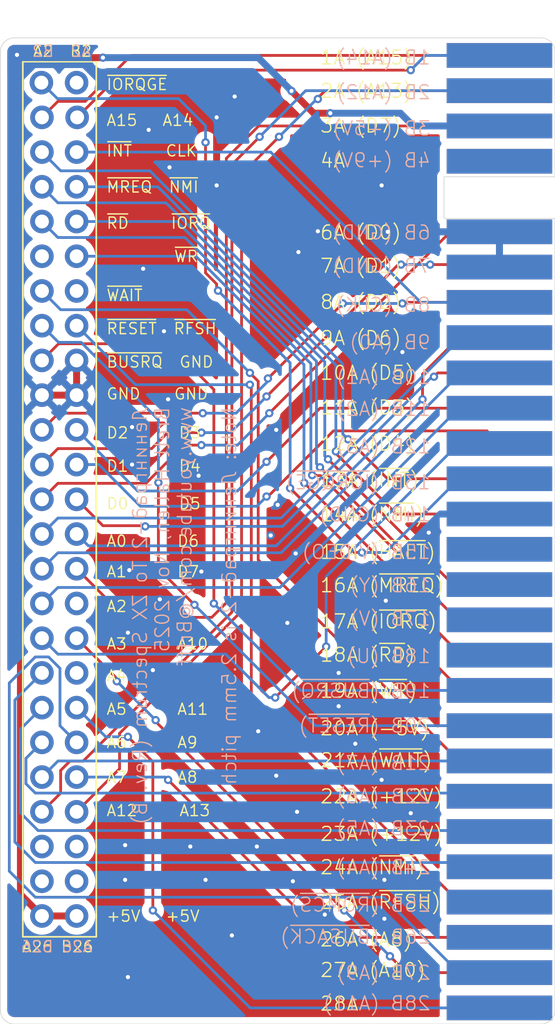
<source format=kicad_pcb>
(kicad_pcb (version 20241229) (generator "pcbnew") (generator_version "9.0")
  (title_block (title "Ленинград-2 To ZX Spectrum Bus Converter") (date "17/NOV/2025") (rev "B") (company "Brett Hallen") (comment 1 "www.youtube.com/@Brfff"))
  (layers (0 "F.Cu" signal) (2 "B.Cu" signal) (13 "F.Paste" user) (15 "B.Paste" user) (5 "F.SilkS" user "F.Silkscreen") (7 "B.SilkS" user "B.Silkscreen") (1 "F.Mask" user) (3 "B.Mask" user) (25 "Edge.Cuts" user))
  (net 0 "")
  (net 1 "/~{RFSH}")
  (net 2 "/A12")
  (net 3 "/~{WAIT}")
  (net 6 "/A5")
  (net 7 "/A8")
  (net 8 "/~{RESET}")
  (net 9 "/A9")
  (net 10 "/D5")
  (net 11 "/D7")
  (net 12 "/D1")
  (net 14 "/D6")
  (net 15 "GND")
  (net 16 "/~{IORQ}")
  (net 17 "/A0")
  (net 18 "/A4")
  (net 21 "/CLK")
  (net 22 "/A13")
  (net 23 "/D3")
  (net 25 "/A2")
  (net 27 "/D0")
  (net 28 "/A10")
  (net 30 "/~{INT}")
  (net 32 "/A15")
  (net 33 "/A14")
  (net 34 "/~{BUSRQ}")
  (net 35 "/A6")
  (net 36 "/A3")
  (net 39 "/~{IORQGE}")
  (net 41 "/D4")
  (net 42 "/A1")
  (net 43 "/D2")
  (net 44 "/~{WR}")
  (net 45 "/A7")
  (net 46 "/~{RD}")
  (net 47 "+5V")
  (net 49 "/A11")
  (net 50 "/~{NMI}")
  (net 51 "/~{MREQ}")
  (footprint "8bits:ZX_EDGE" (layer "F.Cu") (at 88.059999 52.928654 90)
    (property "Reference" "J1" (hide yes))
    (property "Value" "ZX_Spectrum_Connector_48K" (hide yes))
  )
  (footprint "Clueless_Engineer:Leningrad_2_Expansion_Bus" (layer "F.Cu") (at 58.779999 19.978654)
    (property "Reference" "X6" (hide yes))
    (property "Value" "Ленинград-2 Expansion Bus" (hide yes))
  )
  (gr_line (start 55.599998 22.457308) (end 93.599998 22.457308) (stroke (width 0.05)) (layer "Edge.Cuts"))
  (gr_arc (start 93.599998 22.457308) (mid 94.307122 22.750198) (end 94.599998 23.457308) (stroke (width 0.05)) (layer "Edge.Cuts"))
  (gr_line (start 94.599998 32.457308) (end 86.599998 32.457308) (stroke (width 0.05)) (layer "Edge.Cuts"))
  (gr_line (start 86.599998 35.457308) (end 94.599998 35.457308) (stroke (width 0.05)) (layer "Edge.Cuts"))
  (gr_line (start 54.599998 92.457308) (end 54.599998 23.457308) (stroke (width 0.05)) (layer "Edge.Cuts"))
  (gr_arc (start 94.599998 92.457308) (mid 94.307121 93.164444) (end 93.599998 93.457308) (stroke (width 0.05)) (layer "Edge.Cuts"))
  (gr_arc (start 55.599998 93.457308) (mid 54.892891 93.164415) (end 54.599998 92.457308) (stroke (width 0.05)) (layer "Edge.Cuts"))
  (gr_line (start 94.599998 35.457308) (end 94.599998 92.457308) (stroke (width 0.05)) (layer "Edge.Cuts"))
  (gr_line (start 86.599998 32.457308) (end 86.599998 35.457308) (stroke (width 0.05)) (layer "Edge.Cuts"))
  (gr_arc (start 54.599998 23.457308) (mid 54.892907 22.750231) (end 55.599998 22.457308) (stroke (width 0.05)) (layer "Edge.Cuts"))
  (gr_line (start 94.599998 23.457308) (end 94.599998 32.457308) (stroke (width 0.05)) (layer "Edge.Cuts"))
  (gr_line (start 93.599998 93.457308) (end 55.599998 93.457308) (stroke (width 0.05)) (layer "Edge.Cuts"))
  (gr_text "8A (D2)" (at 77.599998 42.057308 0) (layer "F.SilkS") (effects (font (size 1 1) (thickness 0.1)) (justify left bottom)))
  (gr_text "~{RESET}  ~{RFSH}" (at 62.199998 43.857308 0) (layer "F.SilkS") (effects (font (size 0.8 0.8) (thickness 0.1)) (justify left bottom)))
  (gr_text "A26 B26" (at 56.099998 88.357308 0) (layer "F.SilkS") (effects (font (size 0.8 0.8) (thickness 0.1)) (justify left bottom)))
  (gr_text "10A (D5)" (at 77.599998 47.157308 0) (layer "F.SilkS") (effects (font (size 1 1) (thickness 0.1)) (justify left bottom)))
  (gr_text "A0      D6" (at 62.199998 59.157308 0) (layer "F.SilkS") (effects (font (size 0.8 0.8) (thickness 0.1)) (justify left bottom)))
  (gr_text "18A (~{RD})" (at 77.599998 67.457308 0) (layer "F.SilkS") (effects (font (size 1 1) (thickness 0.1)) (justify left bottom)))
  (gr_text "GND    GND" (at 62.199998 48.557308 0) (layer "F.SilkS") (effects (font (size 0.8 0.8) (thickness 0.1)) (justify left bottom)))
  (gr_text "6A (D0)" (at 77.599998 37.057308 0) (layer "F.SilkS") (effects (font (size 1 1) (thickness 0.1)) (justify left bottom)))
  (gr_text "17A (~{IORQ})" (at 77.599998 65.057308 0) (layer "F.SilkS") (effects (font (size 1 1) (thickness 0.1)) (justify left bottom)))
  (gr_text "22A (+12V)" (at 77.599998 77.657308 0) (layer "F.SilkS") (effects (font (size 1 1) (thickness 0.1)) (justify left bottom)))
  (gr_text "27A (A10)" (at 77.599998 90.157308 0) (layer "F.SilkS") (effects (font (size 1 1) (thickness 0.1)) (justify left bottom)))
  (gr_text "4A" (at 77.599998 31.878654 0) (layer "F.SilkS") (effects (font (size 1 1) (thickness 0.1)) (justify left bottom)))
  (gr_text "12A (D4)" (at 77.599998 52.257308 0) (layer "F.SilkS") (effects (font (size 1 1) (thickness 0.1)) (justify left bottom)))
  (gr_text "A7      A8" (at 62.199998 76.157308 0) (layer "F.SilkS") (effects (font (size 0.8 0.8) (thickness 0.1)) (justify left bottom)))
  (gr_text "13A (~{INT})" (at 77.599998 54.857308 0) (layer "F.SilkS") (effects (font (size 1 1) (thickness 0.1)) (justify left bottom)))
  (gr_text "3A (D7)" (at 77.599998 29.357308 0) (layer "F.SilkS") (effects (font (size 1 1) (thickness 0.1)) (justify left bottom)))
  (gr_text "~{WAIT}" (at 62.199998 41.457308 0) (layer "F.SilkS") (effects (font (size 0.8 0.8) (thickness 0.1)) (justify left bottom)))
  (gr_text "A15   A14" (at 62.199998 28.857308 0) (layer "F.SilkS") (effects (font (size 0.8 0.8) (thickness 0.1)) (justify left bottom)))
  (gr_text "A2  B2" (at 56.899999 23.878654 0) (layer "F.SilkS") (effects (font (size 0.8 0.8) (thickness 0.1)) (justify left bottom)))
  (gr_text "A1      D7" (at 62.199998 61.357308 0) (layer "F.SilkS") (effects (font (size 0.8 0.8) (thickness 0.1)) (justify left bottom)))
  (gr_text "15A (~{HALT})" (at 77.599998 60.057308 0) (layer "F.SilkS") (effects (font (size 1 1) (thickness 0.1)) (justify left bottom)))
  (gr_text "25A (~{RFSH})" (at 77.599998 85.257308 0) (layer "F.SilkS") (effects (font (size 1 1) (thickness 0.1)) (justify left bottom)))
  (gr_text "26A (A8)" (at 77.599998 87.957308 0) (layer "F.SilkS") (effects (font (size 1 1) (thickness 0.1)) (justify left bottom)))
  (gr_text "9A (D6)" (at 77.599998 44.657308 0) (layer "F.SilkS") (effects (font (size 1 1) (thickness 0.1)) (justify left bottom)))
  (gr_text "A3      A10" (at 62.199998 66.557308 0) (layer "F.SilkS") (effects (font (size 0.8 0.8) (thickness 0.1)) (justify left bottom)))
  (gr_text "A5      A11" (at 62.199998 71.257308 0) (layer "F.SilkS") (effects (font (size 0.8 0.8) (thickness 0.1)) (justify left bottom)))
  (gr_text "~{RD}     ~{IORQ}" (at 62.199998 36.257308 0) (layer "F.SilkS") (effects (font (size 0.8 0.8) (thickness 0.1)) (justify left bottom)))
  (gr_text "D0      D5" (at 62.199998 56.457308 0) (layer "F.SilkS") (effects (font (size 0.8 0.8) (thickness 0.1)) (justify left bottom)))
  (gr_text "A4" (at 62.199998 68.857308 0) (layer "F.SilkS") (effects (font (size 0.8 0.8) (thickness 0.1)) (justify left bottom)))
  (gr_text "A6      A9" (at 62.199998 73.657308 0) (layer "F.SilkS") (effects (font (size 0.8 0.8) (thickness 0.1)) (justify left bottom)))
  (gr_text "A12     A13" (at 62.199998 78.557308 0) (layer "F.SilkS") (effects (font (size 0.8 0.8) (thickness 0.1)) (justify left bottom)))
  (gr_text "19A (~{WR})" (at 77.599998 70.057308 0) (layer "F.SilkS") (effects (font (size 1 1) (thickness 0.1)) (justify left bottom)))
  (gr_text "2A (A13)" (at 77.599998 26.857308 0) (layer "F.SilkS") (effects (font (size 1 1) (thickness 0.1)) (justify left bottom)))
  (gr_text "16A (~{MREQ})" (at 77.599998 62.457308 0) (layer "F.SilkS") (effects (font (size 1 1) (thickness 0.1)) (justify left bottom)))
  (gr_text "11A (D3)" (at 77.599998 49.657308 0) (layer "F.SilkS") (effects (font (size 1 1) (thickness 0.1)) (justify left bottom)))
  (gr_text "~{BUSRQ}  GND" (at 62.199998 46.257308 0) (layer "F.SilkS") (effects (font (size 0.8 0.8) (thickness 0.1)) (justify left bottom)))
  (gr_text "D2      D3" (at 62.199998 51.357308 0) (layer "F.SilkS") (effects (font (size 0.8 0.8) (thickness 0.1)) (justify left bottom)))
  (gr_text "14A (~{NMI})" (at 77.599998 57.357308 0) (layer "F.SilkS") (effects (font (size 1 1) (thickness 0.1)) (justify left bottom)))
  (gr_text "20A (-5V)" (at 77.599998 72.757308 0) (layer "F.SilkS") (effects (font (size 1 1) (thickness 0.1)) (justify left bottom)))
  (gr_text "A2" (at 62.199998 63.857308 0) (layer "F.SilkS") (effects (font (size 0.8 0.8) (thickness 0.1)) (justify left bottom)))
  (gr_text "~{INT}    CLK" (at 62.199998 31.057308 0) (layer "F.SilkS") (effects (font (size 0.8 0.8) (thickness 0.1)) (justify left bottom)))
  (gr_text "1A (A15)" (at 77.599998 24.457308 0) (layer "F.SilkS") (effects (font (size 1 1) (thickness 0.1)) (justify left bottom)))
  (gr_text "24A (~{NMI})" (at 77.599998 82.757308 0) (layer "F.SilkS") (effects (font (size 1 1) (thickness 0.1)) (justify left bottom)))
  (gr_text "23A (+12V)" (at 77.599998 80.357308 0) (layer "F.SilkS") (effects (font (size 1 1) (thickness 0.1)) (justify left bottom)))
  (gr_text "28A" (at 77.599998 92.578654 0) (layer "F.SilkS") (effects (font (size 1 1) (thickness 0.1)) (justify left bottom)))
  (gr_text "21A (~{WAIT})" (at 77.599998 75.057308 0) (layer "F.SilkS") (effects (font (size 1 1) (thickness 0.1)) (justify left bottom)))
  (gr_text "~{MREQ}  ~{NMI}" (at 62.199998 33.657308 0) (layer "F.SilkS") (effects (font (size 0.8 0.8) (thickness 0.1)) (justify left bottom)))
  (gr_text "D1      D4" (at 62.199998 53.757308 0) (layer "F.SilkS") (effects (font (size 0.8 0.8) (thickness 0.1)) (justify left bottom)))
  (gr_text "+5V   +5V" (at 62.199998 86.157308 0) (layer "F.SilkS") (effects (font (size 0.8 0.8) (thickness 0.1)) (justify left bottom)))
  (gr_text "7A (D1)" (at 77.599998 39.457308 0) (layer "F.SilkS") (effects (font (size 1 1) (thickness 0.1)) (justify left bottom)))
  (gr_text "~{IORQGE}" (at 62.199999 26.278654 0) (layer "F.SilkS") (effects (font (size 0.8 0.8) (thickness 0.1)) (justify left bottom)))
  (gr_text "        ~{WR}" (at 62.199998 38.657308 0) (layer "F.SilkS") (effects (font (size 0.8 0.8) (thickness 0.1)) (justify left bottom)))
  (gr_text "24B (A4)" (at 85.699998 82.757308 0) (layer "B.SilkS") (effects (font (size 1 1) (thickness 0.1)) (justify left bottom mirror)))
  (gr_text "10B (A1)" (at 85.699998 47.457308 0) (layer "B.SilkS") (effects (font (size 1 1) (thickness 0.1)) (justify left bottom mirror)))
  (gr_text "22B (A6)" (at 85.699998 77.657308 0) (layer "B.SilkS") (effects (font (size 1 1) (thickness 0.1)) (justify left bottom mirror)))
  (gr_text "15B (VIDEO)" (at 85.699998 60.057308 0) (layer "B.SilkS") (effects (font (size 1 1) (thickness 0.1)) (justify left bottom mirror)))
  (gr_text "19B (~{BUSRQ})" (at 85.699998 70.057308 0) (layer "B.SilkS") (effects (font (size 1 1) (thickness 0.1)) (justify left bottom mirror)))
  (gr_text "6B (GND)" (at 85.699998 37.057308 0) (layer "B.SilkS") (effects (font (size 1 1) (thickness 0.1)) (justify left bottom mirror)))
  (gr_text "Ленинград-2 To ZX Spectrum (Rev. B)\nBrett Hallen, Nov 2025\nwww.youtube.com/@Brfff\n\nNote: Ленинград-2 is 2.5mm pitch" (at 71.699998 48.957308 90) (layer "B.SilkS") (effects (font (size 1 1) (thickness 0.1)) (justify left bottom mirror)))
  (gr_text "11B (A2)" (at 85.699998 49.757308 0) (layer "B.SilkS") (effects (font (size 1 1) (thickness 0.1)) (justify left bottom mirror)))
  (gr_text "23B (A5)" (at 85.699998 79.957308 0) (layer "B.SilkS") (effects (font (size 1 1) (thickness 0.1)) (justify left bottom mirror)))
  (gr_text "2B (A12)" (at 85.699998 26.957308 0) (layer "B.SilkS") (effects (font (size 1 1) (thickness 0.1)) (justify left bottom mirror)))
  (gr_text "4B (+9V)" (at 85.699998 31.857308 0) (layer "B.SilkS") (effects (font (size 1 1) (thickness 0.1)) (justify left bottom mirror)))
  (gr_text "26B (~{BUSACK})" (at 85.699998 87.757308 0) (layer "B.SilkS") (effects (font (size 1 1) (thickness 0.1)) (justify left bottom mirror)))
  (gr_text "8B (CLK)" (at 85.699998 42.257308 0) (layer "B.SilkS") (effects (font (size 1 1) (thickness 0.1)) (justify left bottom mirror)))
  (gr_text "12B (A3)" (at 85.699998 52.457308 0) (layer "B.SilkS") (effects (font (size 1 1) (thickness 0.1)) (justify left bottom mirror)))
  (gr_text "14B (GND)" (at 85.699998 57.357308 0) (layer "B.SilkS") (effects (font (size 1 1) (thickness 0.1)) (justify left bottom mirror)))
  (gr_text "18B (U)" (at 85.699998 67.557308 0) (layer "B.SilkS") (effects (font (size 1 1) (thickness 0.1)) (justify left bottom mirror)))
  (gr_text "20B (~{RESET})" (at 85.699998 72.557308 0) (layer "B.SilkS") (effects (font (size 1 1) (thickness 0.1)) (justify left bottom mirror)))
  (gr_text "27B (A9)" (at 85.699998 90.357308 0) (layer "B.SilkS") (effects (font (size 1 1) (thickness 0.1)) (justify left bottom mirror)))
  (gr_text "16B (Y)" (at 85.699998 62.457308 0) (layer "B.SilkS") (effects (font (size 1 1) (thickness 0.1)) (justify left bottom mirror)))
  (gr_text "25B (~{ROMCS})" (at 85.699998 85.457308 0) (layer "B.SilkS") (effects (font (size 1 1) (thickness 0.1)) (justify left bottom mirror)))
  (gr_text "17B (V)" (at 85.699998 64.857308 0) (layer "B.SilkS") (effects (font (size 1 1) (thickness 0.1)) (justify left bottom mirror)))
  (gr_text "A26 B26" (at 61.299998 88.357308 0) (layer "B.SilkS") (effects (font (size 0.8 0.8) (thickness 0.1)) (justify left bottom mirror)))
  (gr_text "28B (A11)" (at 85.699998 92.557308 0) (layer "B.SilkS") (effects (font (size 1 1) (thickness 0.1)) (justify left bottom mirror)))
  (gr_text "9B (A0)" (at 85.699998 44.957308 0) (layer "B.SilkS") (effects (font (size 1 1) (thickness 0.1)) (justify left bottom mirror)))
  (gr_text "3B (+5V)" (at 85.699998 29.557308 0) (layer "B.SilkS") (effects (font (size 1 1) (thickness 0.1)) (justify left bottom mirror)))
  (gr_text "A2  B2" (at 61.199999 23.878654 0) (layer "B.SilkS") (effects (font (size 0.8 0.8) (thickness 0.1)) (justify left bottom mirror)))
  (gr_text "21B (A7)" (at 85.699998 75.257308 0) (layer "B.SilkS") (effects (font (size 1 1) (thickness 0.1)) (justify left bottom mirror)))
  (gr_text "13B (~{IORQGE})" (at 85.699998 55.044086 0) (layer "B.SilkS") (effects (font (size 1 1) (thickness 0.1)) (justify left bottom mirror)))
  (gr_text "1B (A14)" (at 85.699998 24.457308 0) (layer "B.SilkS") (effects (font (size 1 1) (thickness 0.1)) (justify left bottom mirror)))
  (gr_text "7B (GND)" (at 85.699998 39.457308 0) (layer "B.SilkS") (effects (font (size 1 1) (thickness 0.1)) (justify left bottom mirror)))
  (segment (start 72.699999 69.699654) (end 87.678999 84.678654) (width 0.2) (layer "F.Cu") (net 1))
  (segment (start 87.678999 84.678654) (end 90.599999 84.678654) (width 0.2) (layer "F.Cu") (net 1))
  (segment (start 72.699999 47.529183) (end 72.699999 69.699654) (width 0.2) (layer "F.Cu") (net 1))
  (segment (start 72.597999 47.427183) (end 72.699999 47.529183) (width 0.2) (layer "F.Cu") (net 1))
  (via (at 72.597999 47.427183) (size 0.6) (drill 0.3) (layers "F.Cu" "B.Cu") (net 1))
  (segment (start 72.597999 47.427183) (end 64.348528 47.427183) (width 0.2) (layer "B.Cu") (net 1))
  (segment (start 64.348528 47.427183) (end 60.099999 43.178654) (width 0.2) (layer "B.Cu") (net 1))
  (segment (start 60.576759 74.527654) (end 59.623239 74.527654) (width 0.2) (layer "F.Cu") (net 2))
  (segment (start 58.948999 76.829654) (end 57.599999 78.178654) (width 0.2) (layer "F.Cu") (net 2))
  (segment (start 58.948999 75.201894) (end 58.948999 76.829654) (width 0.2) (layer "F.Cu") (net 2))
  (segment (start 71.299999 31.578654) (end 71.299999 63.804414) (width 0.2) (layer "F.Cu") (net 2))
  (segment (start 73.299999 29.578654) (end 71.299999 31.578654) (width 0.2) (layer "F.Cu") (net 2))
  (segment (start 59.623239 74.527654) (end 58.948999 75.201894) (width 0.2) (layer "F.Cu") (net 2))
  (segment (start 71.299999 63.804414) (end 60.576759 74.527654) (width 0.2) (layer "F.Cu") (net 2))
  (via (at 73.299999 29.578654) (size 0.6) (drill 0.3) (layers "F.Cu" "B.Cu") (net 2))
  (segment (start 76.619999 26.258654) (end 73.299999 29.578654) (width 0.2) (layer "B.Cu") (net 2))
  (segment (start 90.599999 26.258654) (end 76.619999 26.258654) (width 0.2) (layer "B.Cu") (net 2))
  (segment (start 87.678999 74.518654) (end 90.599999 74.518654) (width 0.2) (layer "F.Cu") (net 3))
  (segment (start 73.198999 47.179655) (end 73.198999 60.038654) (width 0.2) (layer "F.Cu") (net 3))
  (segment (start 72.597999 46.578655) (end 73.198999 47.179655) (width 0.2) (layer "F.Cu") (net 3))
  (segment (start 73.198999 60.038654) (end 87.678999 74.518654) (width 0.2) (layer "F.Cu") (net 3))
  (segment (start 72.597999 46.575239) (end 72.597999 46.578655) (width 0.2) (layer "F.Cu") (net 3))
  (via (at 72.597999 46.575239) (size 0.6) (drill 0.3) (layers "F.Cu" "B.Cu") (net 3))
  (segment (start 72.596584 46.575239) (end 68.048999 42.027654) (width 0.2) (layer "B.Cu") (net 3))
  (segment (start 68.048999 42.027654) (end 58.948999 42.027654) (width 0.2) (layer "B.Cu") (net 3))
  (segment (start 58.948999 42.027654) (end 57.599999 40.678654) (width 0.2) (layer "B.Cu") (net 3))
  (segment (start 72.597999 46.575239) (end 72.596584 46.575239) (width 0.2) (layer "B.Cu") (net 3))
  (segment (start 90.528999 79.527654) (end 57.321239 79.527654) (width 0.2) (layer "B.Cu") (net 6))
  (segment (start 56.047999 78.254414) (end 56.047999 72.230654) (width 0.2) (layer "B.Cu") (net 6))
  (segment (start 90.599999 79.598654) (end 90.528999 79.527654) (width 0.2) (layer "B.Cu") (net 6))
  (segment (start 57.321239 79.527654) (end 56.047999 78.254414) (width 0.2) (layer "B.Cu") (net 6))
  (segment (start 56.047999 72.230654) (end 57.599999 70.678654) (width 0.2) (layer "B.Cu") (net 6))
  (segment (start 78.039999 87.218654) (end 66.699999 75.878654) (width 0.2) (layer "F.Cu") (net 7))
  (segment (start 90.599999 87.218654) (end 78.039999 87.218654) (width 0.2) (layer "F.Cu") (net 7))
  (via (at 66.699999 75.878654) (size 0.6) (drill 0.3) (layers "F.Cu" "B.Cu") (net 7))
  (segment (start 66.499999 75.678654) (end 60.099999 75.678654) (width 0.2) (layer "B.Cu") (net 7))
  (segment (start 66.699999 75.878654) (end 66.499999 75.678654) (width 0.2) (layer "B.Cu") (net 7))
  (segment (start 65.999999 60.678654) (end 65.999999 54.478654) (width 0.2) (layer "F.Cu") (net 8))
  (segment (start 68.599999 63.278654) (end 65.999999 60.678654) (width 0.2) (layer "F.Cu") (net 8))
  (via (at 65.999999 54.478654) (size 0.6) (drill 0.3) (layers "F.Cu" "B.Cu") (net 8))
  (via (at 68.599999 63.278654) (size 0.6) (drill 0.3) (layers "F.Cu" "B.Cu") (net 8))
  (segment (start 77.299999 71.978654) (end 68.599999 63.278654) (width 0.2) (layer "B.Cu") (net 8))
  (segment (start 65.999999 54.478654) (end 65.999999 49.950894) (width 0.2) (layer "B.Cu") (net 8))
  (segment (start 58.799999 44.378654) (end 57.599999 43.178654) (width 0.2) (layer "B.Cu") (net 8))
  (segment (start 60.427759 44.378654) (end 58.799999 44.378654) (width 0.2) (layer "B.Cu") (net 8))
  (segment (start 65.999999 49.950894) (end 60.427759 44.378654) (width 0.2) (layer "B.Cu") (net 8))
  (segment (start 90.599999 71.978654) (end 77.299999 71.978654) (width 0.2) (layer "B.Cu") (net 8))
  (segment (start 58.076759 67.027654) (end 58.899999 67.850894) (width 0.2) (layer "B.Cu") (net 9))
  (segment (start 58.899999 67.850894) (end 58.899999 71.978654) (width 0.2) (layer "B.Cu") (net 9))
  (segment (start 87.678999 89.758654) (end 82.249999 84.329654) (width 0.2) (layer "B.Cu") (net 9))
  (segment (start 82.249999 84.329654) (end 57.123239 84.329654) (width 0.2) (layer "B.Cu") (net 9))
  (segment (start 57.123239 84.329654) (end 55.245999 82.452414) (width 0.2) (layer "B.Cu") (net 9))
  (segment (start 90.599999 89.758654) (end 87.678999 89.758654) (width 0.2) (layer "B.Cu") (net 9))
  (segment (start 58.899999 71.978654) (end 60.099999 73.178654) (width 0.2) (layer "B.Cu") (net 9))
  (segment (start 57.123239 67.027654) (end 58.076759 67.027654) (width 0.2) (layer "B.Cu") (net 9))
  (segment (start 55.245999 82.452414) (end 55.245999 68.904894) (width 0.2) (layer "B.Cu") (net 9))
  (segment (start 55.245999 68.904894) (end 57.123239 67.027654) (width 0.2) (layer "B.Cu") (net 9))
  (segment (start 64.999999 57.578654) (end 61.999999 57.578654) (width 0.2) (layer "F.Cu") (net 10))
  (segment (start 65.049999 57.627654) (end 65.049999 57.528654) (width 0.2) (layer "F.Cu") (net 10))
  (segment (start 65.049999 57.528654) (end 64.999999 57.578654) (width 0.2) (layer "F.Cu") (net 10))
  (segment (start 61.999999 57.578654) (end 60.099999 55.678654) (width 0.2) (layer "F.Cu") (net 10))
  (segment (start 86.147529 46.578654) (end 90.599999 46.578654) (width 0.2) (layer "F.Cu") (net 10))
  (segment (start 85.873764 46.852419) (end 86.147529 46.578654) (width 0.2) (layer "F.Cu") (net 10))
  (via (at 65.049999 57.627654) (size 0.6) (drill 0.3) (layers "F.Cu" "B.Cu") (net 10))
  (via (at 85.873764 46.852419) (size 0.6) (drill 0.3) (layers "F.Cu" "B.Cu") (net 10))
  (segment (start 85.649999 46.928654) (end 74.950999 57.627654) (width 0.2) (layer "B.Cu") (net 10))
  (segment (start 74.950999 57.627654) (end 65.049999 57.627654) (width 0.2) (layer "B.Cu") (net 10))
  (segment (start 85.873764 46.852419) (end 85.797529 46.928654) (width 0.2) (layer "B.Cu") (net 10))
  (segment (start 85.797529 46.928654) (end 85.649999 46.928654) (width 0.2) (layer "B.Cu") (net 10))
  (segment (start 70.898999 63.129597) (end 70.898999 31.129711) (width 0.2) (layer "F.Cu") (net 11))
  (segment (start 69.849942 64.178654) (end 70.898999 63.129597) (width 0.2) (layer "F.Cu") (net 11))
  (segment (start 70.898999 31.129711) (end 73.230056 28.798654) (width 0.2) (layer "F.Cu") (net 11))
  (segment (start 60.099999 60.678654) (end 63.599999 64.178654) (width 0.2) (layer "F.Cu") (net 11))
  (segment (start 63.599999 64.178654) (end 69.849942 64.178654) (width 0.2) (layer "F.Cu") (net 11))
  (segment (start 73.230056 28.798654) (end 90.599999 28.798654) (width 0.2) (layer "F.Cu") (net 11))
  (segment (start 57.599999 53.178654) (end 58.750999 52.027654) (width 0.2) (layer "F.Cu") (net 12))
  (segment (start 73.799999 48.278654) (end 83.299999 38.778654) (width 0.2) (layer "F.Cu") (net 12))
  (segment (start 65.516099 52.027654) (end 66.665099 50.878654) (width 0.2) (layer "F.Cu") (net 12))
  (segment (start 83.299999 38.778654) (end 83.499999 38.778654) (width 0.2) (layer "F.Cu") (net 12))
  (segment (start 90.419999 38.778654) (end 90.599999 38.958654) (width 0.2) (layer "F.Cu") (net 12))
  (segment (start 66.665099 50.878654) (end 69.099999 50.878654) (width 0.2) (layer "F.Cu") (net 12))
  (segment (start 58.750999 52.027654) (end 65.516099 52.027654) (width 0.2) (layer "F.Cu") (net 12))
  (segment (start 85.599999 38.778654) (end 90.419999 38.778654) (width 0.2) (layer "F.Cu") (net 12))
  (via (at 85.599999 38.778654) (size 0.6) (drill 0.3) (layers "F.Cu" "B.Cu") (net 12))
  (via (at 69.099999 50.878654) (size 0.6) (drill 0.3) (layers "F.Cu" "B.Cu") (net 12))
  (via (at 83.499999 38.778654) (size 0.6) (drill 0.3) (layers "F.Cu" "B.Cu") (net 12))
  (via (at 73.799999 48.278654) (size 0.6) (drill 0.3) (layers "F.Cu" "B.Cu") (net 12))
  (segment (start 85.599999 38.778654) (end 83.499999 38.778654) (width 0.2) (layer "B.Cu") (net 12))
  (segment (start 69.099999 50.878654) (end 71.199999 50.878654) (width 0.2) (layer "B.Cu") (net 12))
  (segment (start 71.199999 50.878654) (end 73.799999 48.278654) (width 0.2) (layer "B.Cu") (net 12))
  (segment (start 85.049999 46.667654) (end 87.678999 44.038654) (width 0.2) (layer "F.Cu") (net 14))
  (segment (start 87.678999 44.038654) (end 90.599999 44.038654) (width 0.2) (layer "F.Cu") (net 14))
  (segment (start 85.049999 48.478654) (end 85.049999 46.667654) (width 0.2) (layer "F.Cu") (net 14))
  (via (at 85.049999 48.478654) (size 0.6) (drill 0.3) (layers "F.Cu" "B.Cu") (net 14))
  (segment (start 74.499999 59.028654) (end 85.049999 48.478654) (width 0.2) (layer "B.Cu") (net 14))
  (segment (start 60.949999 59.028654) (end 74.499999 59.028654) (width 0.2) (layer "B.Cu") (net 14))
  (segment (start 60.099999 58.178654) (end 60.949999 59.028654) (width 0.2) (layer "B.Cu") (net 14))
  (segment (start 77.499999 36.378654) (end 82.499999 36.378654) (width 0.5) (layer "F.Cu") (net 15))
  (segment (start 60.099999 45.678654) (end 60.099999 48.178654) (width 0.5) (layer "F.Cu") (net 15))
  (segment (start 57.599999 48.178654) (end 60.099999 48.178654) (width 0.5) (layer "F.Cu") (net 15))
  (segment (start 70.199999 28.178654) (end 70.199999 33.078654) (width 0.5) (layer "F.Cu") (net 15))
  (segment (start 82.499999 36.378654) (end 82.539999 36.418654) (width 0.5) (layer "F.Cu") (net 15))
  (via (at 68.299999 80.678654) (size 0.6) (drill 0.3) (layers "F.Cu" "B.Cu") (net 15))
  (via (at 66.799999 31.778654) (size 0.6) (drill 0.3) (layers "F.Cu" "B.Cu") (net 15))
  (via (at 82.099999 33.078654) (size 0.6) (drill 0.3) (layers "F.Cu" "B.Cu") (net 15))
  (via (at 66.699999 48.478654) (size 0.6) (drill 0.3) (layers "F.Cu" "B.Cu") (net 15))
  (via (at 78.999999 70.578654) (size 0.6) (drill 0.3) (layers "F.Cu" "B.Cu") (net 15))
  (via (at 55.799999 23.678654) (size 0.6) (drill 0.3) (layers "F.Cu" "B.Cu") (net 15))
  (via (at 82.099999 75.878654) (size 0.6) (drill 0.3) (layers "F.Cu" "B.Cu") (net 15))
  (via (at 63.899999 60.778654) (size 0.6) (drill 0.3) (layers "F.Cu" "B.Cu") (net 15))
  (via (at 83.599999 45.078654) (size 0.6) (drill 0.3) (layers "F.Cu" "B.Cu") (net 15))
  (via (at 84.199999 78.278654) (size 0.6) (drill 0.3) (layers "F.Cu" "B.Cu") (net 15))
  (via (at 64.099999 53.178654) (size 0.6) (drill 0.3) (layers "F.Cu" "B.Cu") (net 15))
  (via (at 75.299999 64.578654) (size 0.6) (drill 0.3) (layers "F.Cu" "B.Cu") (net 15))
  (via (at 64.899999 39.078654) (size 0.6) (drill 0.3) (layers "F.Cu" "B.Cu") (net 15))
  (via (at 80.199999 73.278654) (size 0.6) (drill 0.3) (layers "F.Cu" "B.Cu") (net 15))
  (via (at 82.299999 85.878654) (size 0.6) (drill 0.3) (layers "F.Cu" "B.Cu") (net 15))
  (via (at 66.099999 62.878654) (size 0.6) (drill 0.3) (layers "F.Cu" "B.Cu") (net 15))
  (via (at 78.999999 68.178654) (size 0.6) (drill 0.3) (layers "F.Cu" "B.Cu") (net 15))
  (via (at 71.499999 26.678654) (size 0.6) (drill 0.3) (layers "F.Cu" "B.Cu") (net 15))
  (via (at 69.399999 83.078654) (size 0.6) (drill 0.3) (layers "F.Cu" "B.Cu") (net 15))
  (via (at 74.599999 56.078654) (size 0.6) (drill 0.3) (layers "F.Cu" "B.Cu") (net 15))
  (via (at 82.299999 83.078654) (size 0.6) (drill 0.3) (layers "F.Cu" "B.Cu") (net 15))
  (via (at 73.099999 80.678654) (size 0.6) (drill 0.3) (layers "F.Cu" "B.Cu") (net 15))
  (via (at 63.799999 90.078654) (size 0.6) (drill 0.3) (layers "F.Cu" "B.Cu") (net 15))
  (via (at 75.699999 83.178654) (size 0.6) (drill 0.3) (layers "F.Cu" "B.Cu") (net 15))
  (via (at 66.399999 43.578654) (size 0.6) (drill 0.3) (layers "F.Cu" "B.Cu") (net 15))
  (via (at 74.499999 50.678654) (size 0.6) (drill 0.3) (layers "F.Cu" "B.Cu") (net 15))
  (via (at 82.399999 62.978654) (size 0.6) (drill 0.3) (layers "F.Cu" "B.Cu") (net 15))
  (via (at 77.999999 85.578654) (size 0.6) (drill 0.3) (layers "F.Cu" "B.Cu") (net 15))
  (via (at 74.499999 75.578654) (size 0.6) (drill 0.3) (layers "F.Cu" "B.Cu") (net 15))
  (via (at 75.899999 59.578654) (size 0.6) (drill 0.3) (layers "F.Cu" "B.Cu") (net 15))
  (via (at 65.599999 67.978654) (size 0.6) (drill 0.3) (layers "F.Cu" "B.Cu") (net 15))
  (via (at 77.499999 36.378654) (size 0.6) (drill 0.3) (layers "F.Cu" "B.Cu") (net 15))
  (via (at 70.199999 33.078654) (size 0.6) (drill 0.3) (layers "F.Cu" "B.Cu") (net 15))
  (via (at 63.599999 80.578654) (size 0.6) (drill 0.3) (layers "F.Cu" "B.Cu") (net 15))
  (via (at 82.539999 36.418654) (size 0.6) (drill 0.3) (layers "F.Cu" "B.Cu") (net 15))
  (via (at 69.099999 60.878654) (size 0.6) (drill 0.3) (layers "F.Cu" "B.Cu") (net 15))
  (via (at 63.599999 83.078654) (size 0.6) (drill 0.3) (layers "F.Cu" "B.Cu") (net 15))
  (via (at 76.099999 37.878654) (size 0.6) (drill 0.3) (layers "F.Cu" "B.Cu") (net 15))
  (via (at 70.199999 28.178654) (size 0.6) (drill 0.3) (layers "F.Cu" "B.Cu") (net 15))
  (via (at 74.099999 58.278654) (size 0.6) (drill 0.3) (layers "F.Cu" "B.Cu") (net 15))
  (via (at 85.499999 58.078654) (size 0.6) (drill 0.3) (layers "F.Cu" "B.Cu") (net 15))
  (via (at 73.199999 72.378654) (size 0.6) (drill 0.3) (layers "F.Cu" "B.Cu") (net 15))
  (via (at 75.999999 78.178654) (size 0.6) (drill 0.3) (layers "F.Cu" "B.Cu") (net 15))
  (via (at 68.899999 53.978654) (size 0.6) (drill 0.3) (layers "F.Cu" "B.Cu") (net 15))
  (via (at 71.299999 87.078654) (size 0.6) (drill 0.3) (layers "F.Cu" "B.Cu") (net 15))
  (via (at 64.099999 50.478654) (size 0.6) (drill 0.3) (layers "F.Cu" "B.Cu") (net 15))
  (via (at 65.299999 29.078654) (size 0.6) (drill 0.3) (layers "F.Cu" "B.Cu") (net 15))
  (via (at 63.799999 65.278654) (size 0.6) (drill 0.3) (layers "F.Cu" "B.Cu") (net 15))
  (segment (start 56.048999 46.627654) (end 57.599999 48.178654) (width 0.5) (layer "B.Cu") (net 15))
  (segment (start 90.599999 36.418654) (end 90.599999 38.958654) (width 0.5) (layer "B.Cu") (net 15))
  (segment (start 70.199999 33.078654) (end 73.499999 36.378654) (width 0.5) (layer "B.Cu") (net 15))
  (segment (start 57.021107 24.377654) (end 56.048999 25.349762) (width 0.5) (layer "B.Cu") (net 15))
  (segment (start 68.299999 26.278654) (end 62.539891 26.278654) (width 0.5) (layer "B.Cu") (net 15))
  (segment (start 62.539891 26.278654) (end 60.638891 24.377654) (width 0.5) (layer "B.Cu") (net 15))
  (segment (start 60.638891 24.377654) (end 57.021107 24.377654) (width 0.5) (layer "B.Cu") (net 15))
  (segment (start 70.199999 28.178654) (end 68.299999 26.278654) (width 0.5) (layer "B.Cu") (net 15))
  (segment (start 73.499999 36.378654) (end 77.499999 36.378654) (width 0.5) (layer "B.Cu") (net 15))
  (segment (start 56.048999 25.349762) (end 56.048999 46.627654) (width 0.5) (layer "B.Cu") (net 15))
  (segment (start 90.599999 36.418654) (end 82.539999 36.418654) (width 0.5) (layer "B.Cu") (net 15))
  (segment (start 84.999999 60.71589) (end 84.999999 61.778654) (width 0.2) (layer "F.Cu") (net 16))
  (segment (start 84.999999 61.778654) (end 87.579999 64.358654) (width 0.2) (layer "F.Cu") (net 16))
  (segment (start 77.655645 53.371536) (end 84.999999 60.71589) (width 0.2) (layer "F.Cu") (net 16))
  (segment (start 87.579999 64.358654) (end 90.599999 64.358654) (width 0.2) (layer "F.Cu") (net 16))
  (via (at 77.655645 53.371536) (size 0.6) (drill 0.3) (layers "F.Cu" "B.Cu") (net 16))
  (segment (start 67.334199 35.678654) (end 60.099999 35.678654) (width 0.2) (layer "B.Cu") (net 16))
  (segment (start 77.655645 53.371536) (end 77.399999 53.11589) (width 0.2) (layer "B.Cu") (net 16))
  (segment (start 77.399999 45.744454) (end 67.334199 35.678654) (width 0.2) (layer "B.Cu") (net 16))
  (segment (start 77.399999 53.11589) (end 77.399999 45.744454) (width 0.2) (layer "B.Cu") (net 16))
  (segment (start 90.599999 44.038654) (end 87.838999 44.038654) (width 0.2) (layer "B.Cu") (net 17))
  (segment (start 87.838999 44.038654) (end 74.849999 57.027654) (width 0.2) (layer "B.Cu") (net 17))
  (segment (start 58.750999 57.027654) (end 57.599999 58.178654) (width 0.2) (layer "B.Cu") (net 17))
  (segment (start 74.849999 57.027654) (end 58.750999 57.027654) (width 0.2) (layer "B.Cu") (net 17))
  (segment (start 55.646999 80.353414) (end 55.646999 70.131654) (width 0.2) (layer "B.Cu") (net 18))
  (segment (start 90.599999 82.138654) (end 90.290999 81.829654) (width 0.2) (layer "B.Cu") (net 18))
  (segment (start 90.290999 81.829654) (end 57.123239 81.829654) (width 0.2) (layer "B.Cu") (net 18))
  (segment (start 55.646999 70.131654) (end 57.599999 68.178654) (width 0.2) (layer "B.Cu") (net 18))
  (segment (start 57.123239 81.829654) (end 55.646999 80.353414) (width 0.2) (layer "B.Cu") (net 18))
  (segment (start 84.919999 41.498654) (end 90.599999 41.498654) (width 0.2) (layer "B.Cu") (net 21))
  (segment (start 60.099999 30.678654) (end 74.099999 30.678654) (width 0.2) (layer "B.Cu") (net 21))
  (segment (start 74.099999 30.678654) (end 84.919999 41.498654) (width 0.2) (layer "B.Cu") (net 21))
  (segment (start 77.499999 26.858654) (end 77.499999 26.778654) (width 0.2) (layer "F.Cu") (net 22))
  (segment (start 78.019999 26.258654) (end 90.599999 26.258654) (width 0.2) (layer "F.Cu") (net 22))
  (segment (start 63.198999 72.529711) (end 71.997999 63.730711) (width 0.2) (layer "F.Cu") (net 22))
  (segment (start 71.997999 63.730711) (end 71.997999 32.280654) (width 0.2) (layer "F.Cu") (net 22))
  (segment (start 63.198999 75.079654) (end 63.198999 72.529711) (width 0.2) (layer "F.Cu") (net 22))
  (segment (start 77.499999 26.778654) (end 78.019999 26.258654) (width 0.2) (layer "F.Cu") (net 22))
  (segment (start 60.099999 78.178654) (end 63.198999 75.079654) (width 0.2) (layer "F.Cu") (net 22))
  (segment (start 71.997999 32.280654) (end 74.699999 29.578654) (width 0.2) (layer "F.Cu") (net 22))
  (via (at 77.499999 26.858654) (size 0.6) (drill 0.3) (layers "F.Cu" "B.Cu") (net 22))
  (via (at 74.699999 29.578654) (size 0.6) (drill 0.3) (layers "F.Cu" "B.Cu") (net 22))
  (segment (start 77.419999 26.858654) (end 77.499999 26.858654) (width 0.2) (layer "B.Cu") (net 22))
  (segment (start 74.699999 29.578654) (end 77.419999 26.858654) (width 0.2) (layer "B.Cu") (net 22))
  (segment (start 77.659999 49.118654) (end 90.599999 49.118654) (width 0.2) (layer "F.Cu") (net 23))
  (segment (start 73.799999 52.978654) (end 77.659999 49.118654) (width 0.2) (layer "F.Cu") (net 23))
  (via (at 73.799999 52.978654) (size 0.6) (drill 0.3) (layers "F.Cu" "B.Cu") (net 23))
  (segment (start 73.799999 52.978654) (end 71.698999 55.079654) (width 0.2) (layer "B.Cu") (net 23))
  (segment (start 71.698999 55.079654) (end 64.500999 55.079654) (width 0.2) (layer "B.Cu") (net 23))
  (segment (start 64.500999 55.079654) (end 60.099999 50.678654) (width 0.2) (layer "B.Cu") (net 23))
  (segment (start 87.678999 49.118654) (end 74.769999 62.027654) (width 0.2) (layer "B.Cu") (net 25))
  (segment (start 90.599999 49.118654) (end 87.678999 49.118654) (width 0.2) (layer "B.Cu") (net 25))
  (segment (start 74.769999 62.027654) (end 58.750999 62.027654) (width 0.2) (layer "B.Cu") (net 25))
  (segment (start 58.750999 62.027654) (end 57.599999 63.178654) (width 0.2) (layer "B.Cu") (net 25))
  (segment (start 73.999999 49.478654) (end 87.059999 36.418654) (width 0.2) (layer "F.Cu") (net 27))
  (segment (start 87.059999 36.418654) (end 90.599999 36.418654) (width 0.2) (layer "F.Cu") (net 27))
  (segment (start 57.599999 55.678654) (end 58.750999 54.527654) (width 0.2) (layer "F.Cu") (net 27))
  (segment (start 67.850056 51.778654) (end 69.099999 51.778654) (width 0.2) (layer "F.Cu") (net 27))
  (segment (start 65.101056 54.527654) (end 67.850056 51.778654) (width 0.2) (layer "F.Cu") (net 27))
  (segment (start 58.750999 54.527654) (end 65.101056 54.527654) (width 0.2) (layer "F.Cu") (net 27))
  (via (at 73.999999 49.478654) (size 0.6) (drill 0.3) (layers "F.Cu" "B.Cu") (net 27))
  (via (at 69.099999 51.778654) (size 0.6) (drill 0.3) (layers "F.Cu" "B.Cu") (net 27))
  (segment (start 71.699999 51.778654) (end 73.999999 49.478654) (width 0.2) (layer "B.Cu") (net 27))
  (segment (start 69.099999 51.778654) (end 71.699999 51.778654) (width 0.2) (layer "B.Cu") (net 27))
  (segment (start 79.399999 85.278654) (end 65.799999 71.678654) (width 0.2) (layer "F.Cu") (net 28))
  (segment (start 62.999999 68.778654) (end 62.999999 68.578654) (width 0.2) (layer "F.Cu") (net 28))
  (segment (start 90.599999 89.758654) (end 83.879999 89.758654) (width 0.2) (layer "F.Cu") (net 28))
  (segment (start 62.999999 68.578654) (end 60.099999 65.678654) (width 0.2) (layer "F.Cu") (net 28))
  (segment (start 83.879999 89.758654) (end 82.699999 88.578654) (width 0.2) (layer "F.Cu") (net 28))
  (segment (start 65.799999 71.678654) (end 65.799999 71.578654) (width 0.2) (layer "F.Cu") (net 28))
  (via (at 79.399999 85.278654) (size 0.6) (drill 0.3) (layers "F.Cu" "B.Cu") (net 28))
  (via (at 65.799999 71.578654) (size 0.6) (drill 0.3) (layers "F.Cu" "B.Cu") (net 28))
  (via (at 82.699999 88.578654) (size 0.6) (drill 0.3) (layers "F.Cu" "B.Cu") (net 28))
  (via (at 62.999999 68.778654) (size 0.6) (drill 0.3) (layers "F.Cu" "B.Cu") (net 28))
  (segment (start 82.699999 88.578654) (end 79.399999 85.278654) (width 0.2) (layer "B.Cu") (net 28))
  (segment (start 62.999999 68.778654) (end 65.799999 71.578654) (width 0.2) (layer "B.Cu") (net 28))
  (segment (start 79.675234 51.353889) (end 82.519999 54.198654) (width 0.2) (layer "F.Cu") (net 30))
  (segment (start 82.519999 54.198654) (end 90.599999 54.198654) (width 0.2) (layer "F.Cu") (net 30))
  (via (at 79.675234 51.353889) (size 0.6) (drill 0.3) (layers "F.Cu" "B.Cu") (net 30))
  (segment (start 79.299999 50.978654) (end 79.299999 45.943158) (width 0.2) (layer "B.Cu") (net 30))
  (segment (start 65.384495 32.027654) (end 58.948999 32.027654) (width 0.2) (layer "B.Cu") (net 30))
  (segment (start 79.675234 51.353889) (end 79.299999 50.978654) (width 0.2) (layer "B.Cu") (net 30))
  (segment (start 79.299999 45.943158) (end 65.384495 32.027654) (width 0.2) (layer "B.Cu") (net 30))
  (segment (start 58.948999 32.027654) (end 57.599999 30.678654) (width 0.2) (layer "B.Cu") (net 30))
  (segment (start 60.723899 27.027654) (end 64.032899 23.718654) (width 0.2) (layer "F.Cu") (net 32))
  (segment (start 64.032899 23.718654) (end 64.699999 23.718654) (width 0.2) (layer "F.Cu") (net 32))
  (segment (start 57.599999 28.178654) (end 58.750999 27.027654) (width 0.2) (layer "F.Cu") (net 32))
  (segment (start 58.750999 27.027654) (end 60.723899 27.027654) (width 0.2) (layer "F.Cu") (net 32))
  (segment (start 64.032899 23.718654) (end 90.599999 23.718654) (width 0.2) (layer "F.Cu") (net 32))
  (segment (start 60.139999 28.178654) (end 63.539999 24.778654) (width 0.2) (layer "F.Cu") (net 33))
  (segment (start 63.539999 24.778654) (end 84.199999 24.778654) (width 0.2) (layer "F.Cu") (net 33))
  (via (at 84.199999 24.778654) (size 0.6) (drill 0.3) (layers "F.Cu" "B.Cu") (net 33))
  (segment (start 85.259999 23.718654) (end 90.599999 23.718654) (width 0.2) (layer "B.Cu") (net 33))
  (segment (start 84.199999 24.778654) (end 85.259999 23.718654) (width 0.2) (layer "B.Cu") (net 33))
  (segment (start 58.799999 44.478654) (end 57.599999 45.678654) (width 0.2) (layer "F.Cu") (net 34))
  (segment (start 69.999999 63.178654) (end 69.999999 47.778654) (width 0.2) (layer "F.Cu") (net 34))
  (segment (start 69.999999 47.778654) (end 66.699999 44.478654) (width 0.2) (layer "F.Cu") (net 34))
  (segment (start 66.699999 44.478654) (end 58.799999 44.478654) (width 0.2) (layer "F.Cu") (net 34))
  (via (at 69.999999 63.178654) (size 0.6) (drill 0.3) (layers "F.Cu" "B.Cu") (net 34))
  (segment (start 76.259999 69.438654) (end 69.999999 63.178654) (width 0.2) (layer "B.Cu") (net 34))
  (segment (start 90.599999 69.438654) (end 76.259999 69.438654) (width 0.2) (layer "B.Cu") (net 34))
  (segment (start 90.370999 76.829654) (end 57.123239 76.829654) (width 0.2) (layer "B.Cu") (net 35))
  (segment (start 56.448999 76.155414) (end 56.448999 74.329654) (width 0.2) (layer "B.Cu") (net 35))
  (segment (start 56.448999 74.329654) (end 57.599999 73.178654) (width 0.2) (layer "B.Cu") (net 35))
  (segment (start 90.599999 77.058654) (end 90.370999 76.829654) (width 0.2) (layer "B.Cu") (net 35))
  (segment (start 57.123239 76.829654) (end 56.448999 76.155414) (width 0.2) (layer "B.Cu") (net 35))
  (segment (start 74.425734 69.952919) (end 78.099999 66.278654) (width 0.2) (layer "F.Cu") (net 36))
  (via (at 74.425734 69.952919) (size 0.6) (drill 0.3) (layers "F.Cu" "B.Cu") (net 36))
  (via (at 78.099999 66.278654) (size 0.6) (drill 0.3) (layers "F.Cu" "B.Cu") (net 36))
  (segment (start 74.425734 69.952919) (end 73.974264 69.952919) (width 0.2) (layer "B.Cu") (net 36))
  (segment (start 73.974264 69.952919) (end 70.850999 66.829654) (width 0.2) (layer "B.Cu") (net 36))
  (segment (start 78.099999 66.278654) (end 78.099999 61.237654) (width 0.2) (layer "B.Cu") (net 36))
  (segment (start 70.850999 66.829654) (end 58.750999 66.829654) (width 0.2) (layer "B.Cu") (net 36))
  (segment (start 73.974264 69.952919) (end 72.999999 68.978654) (width 0.2) (layer "B.Cu") (net 36))
  (segment (start 78.099999 61.237654) (end 87.678999 51.658654) (width 0.2) (layer "B.Cu") (net 36))
  (segment (start 58.750999 66.829654) (end 57.599999 65.678654) (width 0.2) (layer "B.Cu") (net 36))
  (segment (start 87.678999 51.658654) (end 90.599999 51.658654) (width 0.2) (layer "B.Cu") (net 36))
  (segment (start 80.12802 59.506675) (end 80.679508 59.506675) (width 0.2) (layer "F.Cu") (net 39))
  (segment (start 70.198999 40.177654) (end 69.399999 39.378654) (width 0.2) (layer "F.Cu") (net 39))
  (segment (start 75.499999 54.978654) (end 75.499999 54.878654) (width 0.2) (layer "F.Cu") (net 39))
  (segment (start 70.198999 40.552919) (end 70.198999 40.177654) (width 0.2) (layer "F.Cu") (net 39))
  (segment (start 70.298999 40.652919) (end 70.198999 40.552919) (width 0.2) (layer "F.Cu") (net 39))
  (segment (start 69.399999 39.378654) (end 69.399999 29.978654) (width 0.2) (layer "F.Cu") (net 39))
  (segment (start 75.499999 54.878654) (end 80.12802 59.506675) (width 0.2) (layer "F.Cu") (net 39))
  (via (at 80.679508 59.506675) (size 0.6) (drill 0.3) (layers "F.Cu" "B.Cu") (net 39))
  (via (at 70.298999 40.652919) (size 0.6) (drill 0.3) (layers "F.Cu" "B.Cu") (net 39))
  (via (at 69.399999 29.978654) (size 0.6) (drill 0.3) (layers "F.Cu" "B.Cu") (net 39))
  (via (at 75.499999 54.878654) (size 0.6) (drill 0.3) (layers "F.Cu" "B.Cu") (net 39))
  (segment (start 87.679999 54.198654) (end 90.599999 54.198654) (width 0.2) (layer "B.Cu") (net 39))
  (segment (start 69.399999 29.978654) (end 69.399999 28.778654) (width 0.2) (layer "B.Cu") (net 39))
  (segment (start 58.710999 26.829654) (end 57.559999 25.678654) (width 0.2) (layer "B.Cu") (net 39))
  (segment (start 70.298999 40.652919) (end 75.499999 45.853919) (width 0.2) (layer "B.Cu") (net 39))
  (segment (start 69.399999 28.778654) (end 67.450999 26.829654) (width 0.2) (layer "B.Cu") (net 39))
  (segment (start 80.679508 59.506675) (end 82.371978 59.506675) (width 0.2) (layer "B.Cu") (net 39))
  (segment (start 82.371978 59.506675) (end 87.679999 54.198654) (width 0.2) (layer "B.Cu") (net 39))
  (segment (start 67.450999 26.829654) (end 58.710999 26.829654) (width 0.2) (layer "B.Cu") (net 39))
  (segment (start 75.499999 45.853919) (end 75.499999 54.878654) (width 0.2) (layer "B.Cu") (net 39))
  (segment (start 73.899999 55.378654) (end 73.999999 55.378654) (width 0.2) (layer "F.Cu") (net 41))
  (segment (start 89.694234 50.752889) (end 90.599999 51.658654) (width 0.2) (layer "F.Cu") (net 41))
  (segment (start 73.999999 55.378654) (end 78.625764 50.752889) (width 0.2) (layer "F.Cu") (net 41))
  (segment (start 78.625764 50.752889) (end 89.694234 50.752889) (width 0.2) (layer "F.Cu") (net 41))
  (segment (start 73.799999 55.478654) (end 73.899999 55.378654) (width 0.2) (layer "F.Cu") (net 41))
  (via (at 73.799999 55.478654) (size 0.6) (drill 0.3) (layers "F.Cu" "B.Cu") (net 41))
  (segment (start 73.099999 56.178654) (end 64.699999 56.178654) (width 0.2) (layer "B.Cu") (net 41))
  (segment (start 61.699999 53.178654) (end 60.099999 53.178654) (width 0.2) (layer "B.Cu") (net 41))
  (segment (start 64.699999 56.178654) (end 61.699999 53.178654) (width 0.2) (layer "B.Cu") (net 41))
  (segment (start 73.799999 55.478654) (end 73.099999 56.178654) (width 0.2) (layer "B.Cu") (net 41))
  (segment (start 90.599999 46.578654) (end 87.799999 46.578654) (width 0.2) (layer "B.Cu") (net 42))
  (segment (start 87.799999 46.578654) (end 74.850999 59.527654) (width 0.2) (layer "B.Cu") (net 42))
  (segment (start 58.750999 59.527654) (end 57.599999 60.678654) (width 0.2) (layer "B.Cu") (net 42))
  (segment (start 74.850999 59.527654) (end 58.750999 59.527654) (width 0.2) (layer "B.Cu") (net 42))
  (segment (start 57.599999 50.678654) (end 58.799999 49.478654) (width 0.2) (layer "F.Cu") (net 43))
  (segment (start 83.599999 41.578654) (end 83.739999 41.578654) (width 0.2) (layer "F.Cu") (net 43))
  (segment (start 83.819999 41.498654) (end 90.599999 41.498654) (width 0.2) (layer "F.Cu") (net 43))
  (segment (start 83.739999 41.578654) (end 83.819999 41.498654) (width 0.2) (layer "F.Cu") (net 43))
  (segment (start 73.899999 46.978654) (end 79.299999 41.578654) (width 0.2) (layer "F.Cu") (net 43))
  (segment (start 58.799999 49.478654) (end 69.199999 49.478654) (width 0.2) (layer "F.Cu") (net 43))
  (via (at 83.599999 41.578654) (size 0.6) (drill 0.3) (layers "F.Cu" "B.Cu") (net 43))
  (via (at 79.299999 41.578654) (size 0.6) (drill 0.3) (layers "F.Cu" "B.Cu") (net 43))
  (via (at 69.199999 49.478654) (size 0.6) (drill 0.3) (layers "F.Cu" "B.Cu") (net 43))
  (via (at 73.899999 46.978654) (size 0.6) (drill 0.3) (layers "F.Cu" "B.Cu") (net 43))
  (segment (start 69.199999 49.478654) (end 71.599999 49.478654) (width 0.2) (layer "B.Cu") (net 43))
  (segment (start 71.599999 49.478654) (end 73.599999 47.478654) (width 0.2) (layer "B.Cu") (net 43))
  (segment (start 73.599999 47.478654) (end 73.899999 47.178654) (width 0.2) (layer "B.Cu") (net 43))
  (segment (start 79.299999 41.578654) (end 83.599999 41.578654) (width 0.2) (layer "B.Cu") (net 43))
  (segment (start 73.899999 47.178654) (end 73.899999 46.978654) (width 0.2) (layer "B.Cu") (net 43))
  (segment (start 76.525243 54.50388) (end 83.999999 61.978636) (width 0.2) (layer "F.Cu") (net 44))
  (segment (start 87.838999 69.438654) (end 90.599999 69.438654) (width 0.2) (layer "F.Cu") (net 44))
  (segment (start 83.999999 65.599654) (end 87.838999 69.438654) (width 0.2) (layer "F.Cu") (net 44))
  (segment (start 83.999999 61.978636) (end 83.999999 65.599654) (width 0.2) (layer "F.Cu") (net 44))
  (segment (start 87.678999 69.438654) (end 90.599999 69.438654) (width 0.2) (layer "F.Cu") (net 44))
  (via (at 76.525243 54.50388) (size 0.6) (drill 0.3) (layers "F.Cu" "B.Cu") (net 44))
  (segment (start 76.499999 54.197205) (end 76.48993 54.187136) (width 0.2) (layer "B.Cu") (net 44))
  (segment (start 76.525243 54.50388) (end 76.48993 54.468567) (width 0.2) (layer "B.Cu") (net 44))
  (segment (start 76.499999 54.478636) (end 76.499999 54.197205) (width 0.2) (layer "B.Cu") (net 44))
  (segment (start 76.499999 53.679181) (end 76.499999 45.978654) (width 0.2) (layer "B.Cu") (net 44))
  (segment (start 68.699999 38.178654) (end 60.099999 38.178654) (width 0.2) (layer "B.Cu") (net 44))
  (segment (start 76.525243 54.50388) (end 76.499999 54.478636) (width 0.2) (layer "B.Cu") (net 44))
  (segment (start 76.48993 54.187136) (end 76.48993 53.68925) (width 0.2) (layer "B.Cu") (net 44))
  (segment (start 76.499999 45.978654) (end 68.699999 38.178654) (width 0.2) (layer "B.Cu") (net 44))
  (segment (start 76.48993 53.68925) (end 76.499999 53.679181) (width 0.2) (layer "B.Cu") (net 44))
  (segment (start 90.599999 74.518654) (end 58.759999 74.518654) (width 0.2) (layer "B.Cu") (net 45))
  (segment (start 58.759999 74.518654) (end 57.599999 75.678654) (width 0.2) (layer "B.Cu") (net 45))
  (segment (start 84.598999 60.88199) (end 84.598999 61.944754) (width 0.2) (layer "F.Cu") (net 46))
  (segment (start 84.599999 63.659654) (end 87.838999 66.898654) (width 0.2) (layer "F.Cu") (net 46))
  (segment (start 77.09093 53.938193) (end 77.372359 53.938193) (width 0.2) (layer "F.Cu") (net 46))
  (segment (start 77.406702 53.972536) (end 77.689545 53.972536) (width 0.2) (layer "F.Cu") (net 46))
  (segment (start 84.598999 61.944754) (end 84.599999 61.945754) (width 0.2) (layer "F.Cu") (net 46))
  (segment (start 77.372359 53.938193) (end 77.406702 53.972536) (width 0.2) (layer "F.Cu") (net 46))
  (segment (start 84.599999 61.945754) (end 84.599999 63.659654) (width 0.2) (layer "F.Cu") (net 46))
  (segment (start 87.678999 66.898654) (end 90.599999 66.898654) (width 0.2) (layer "F.Cu") (net 46))
  (segment (start 87.838999 66.898654) (end 90.599999 66.898654) (width 0.2) (layer "F.Cu") (net 46))
  (segment (start 77.689545 53.972536) (end 84.598999 60.88199) (width 0.2) (layer "F.Cu") (net 46))
  (via (at 77.09093 53.938193) (size 0.6) (drill 0.3) (layers "F.Cu" "B.Cu") (net 46))
  (segment (start 76.998999 45.910554) (end 76.998999 53.846262) (width 0.2) (layer "B.Cu") (net 46))
  (segment (start 57.599999 35.678654) (end 58.750999 36.829654) (width 0.2) (layer "B.Cu") (net 46))
  (segment (start 76.998999 53.846262) (end 77.09093 53.938193) (width 0.2) (layer "B.Cu") (net 46))
  (segment (start 58.750999 36.829654) (end 67.918099 36.829654) (width 0.2) (layer "B.Cu") (net 46))
  (segment (start 67.918099 36.829654) (end 76.998999 45.910554) (width 0.2) (layer "B.Cu") (net 46))
  (segment (start 57.599999 85.678654) (end 60.099999 85.678654) (width 0.5) (layer "F.Cu") (net 47))
  (segment (start 57.520107 23.878654) (end 61.999999 23.878654) (width 0.5) (layer "F.Cu") (net 47))
  (segment (start 56.048999 84.127654) (end 56.048999 26.627654) (width 0.5) (layer "F.Cu") (net 47))
  (segment (start 57.599999 85.678654) (end 56.048999 84.127654) (width 0.5) (layer "F.Cu") (net 47))
  (segment (start 77.199999 27.878654) (end 78.399999 27.878654) (width 0.5) (layer "F.Cu") (net 47))
  (segment (start 75.599999 26.278654) (end 77.199999 27.878654) (width 0.5) (layer "F.Cu") (net 47))
  (segment (start 56.048999 25.349762) (end 57.520107 23.878654) (width 0.5) (layer "F.Cu") (net 47))
  (segment (start 56.048999 26.627654) (end 56.048999 25.349762) (width 0.5) (layer "F.Cu") (net 47))
  (via (at 61.999999 23.878654) (size 0.6) (drill 0.3) (layers "F.Cu" "B.Cu") (net 47))
  (via (at 75.599999 26.278654) (size 0.6) (drill 0.3) (layers "F.Cu" "B.Cu") (net 47))
  (via (at 78.399999 27.878654) (size 0.6) (drill 0.3) (layers "F.Cu" "B.Cu") (net 47))
  (segment (start 90.599999 28.798654) (end 84.379999 28.798654) (width 0.5) (layer "B.Cu") (net 47))
  (segment (start 83.459999 27.878654) (end 78.399999 27.878654) (width 0.5) (layer "B.Cu") (net 47))
  (segment (start 73.199999 23.878654) (end 61.999999 23.878654) (width 0.5) (layer "B.Cu") (net 47))
  (segment (start 84.379999 28.798654) (end 83.459999 27.878654) (width 0.5) (layer "B.Cu") (net 47))
  (segment (start 75.599999 26.278654) (end 73.199999 23.878654) (width 0.5) (layer "B.Cu") (net 47))
  (segment (start 65.599999 85.278654) (end 65.599999 74.578654) (width 0.2) (layer "F.Cu") (net 49))
  (segment (start 65.599999 74.578654) (end 63.799999 72.778654) (width 0.2) (layer "F.Cu") (net 49))
  (via (at 65.599999 85.278654) (size 0.6) (drill 0.3) (layers "F.Cu" "B.Cu") (net 49))
  (via (at 63.799999 72.778654) (size 0.6) (drill 0.3) (layers "F.Cu" "B.Cu") (net 49))
  (segment (start 62.199999 72.778654) (end 63.799999 72.778654) (width 0.2) (layer "B.Cu") (net 49))
  (segment (start 60.099999 70.678654) (end 62.199999 72.778654) (width 0.2) (layer "B.Cu") (net 49))
  (segment (start 72.619999 92.298654) (end 65.599999 85.278654) (width 0.2) (layer "B.Cu") (net 49))
  (segment (start 90.599999 92.298654) (end 72.619999 92.298654) (width 0.2) (layer "B.Cu") (net 49))
  (segment (start 83.159999 56.738654) (end 90.599999 56.738654) (width 0.2) (layer "F.Cu") (net 50))
  (segment (start 78.799999 52.229124) (end 78.799999 52.378654) (width 0.2) (layer "F.Cu") (net 50))
  (segment (start 78.799999 52.378654) (end 83.159999 56.738654) (width 0.2) (layer "F.Cu") (net 50))
  (via (at 78.799999 52.229124) (size 0.6) (drill 0.3) (layers "F.Cu" "B.Cu") (net 50))
  (segment (start 65.968399 33.178654) (end 60.099999 33.178654) (width 0.2) (layer "B.Cu") (net 50))
  (segment (start 78.799999 52.229124) (end 78.799999 46.010254) (width 0.2) (layer "B.Cu") (net 50))
  (segment (start 78.799999 46.010254) (end 65.968399 33.178654) (width 0.2) (layer "B.Cu") (net 50))
  (segment (start 87.258156 61.818654) (end 90.599999 61.818654) (width 0.2) (layer "F.Cu") (net 51))
  (segment (start 78.234313 52.794811) (end 87.258156 61.818654) (width 0.2) (layer "F.Cu") (net 51))
  (via (at 78.234313 52.794811) (size 0.6) (drill 0.3) (layers "F.Cu" "B.Cu") (net 51))
  (segment (start 58.750999 34.329654) (end 57.599999 33.178654) (width 0.2) (layer "B.Cu") (net 51))
  (segment (start 77.999999 45.777356) (end 66.552297 34.329654) (width 0.2) (layer "B.Cu") (net 51))
  (segment (start 66.552297 34.329654) (end 58.750999 34.329654) (width 0.2) (layer "B.Cu") (net 51))
  (segment (start 78.234313 52.794811) (end 77.999999 52.560497) (width 0.2) (layer "B.Cu") (net 51))
  (segment (start 77.999999 52.560497) (end 77.999999 45.777356) (width 0.2) (layer "B.Cu") (net 51))
  (zone (net 15) (net_name "GND") (layers "F.Cu" "B.Cu") (connect_pads (clearance 0.5)) (min_thickness 0.25) (fill yes (thermal_gap 0.5) (thermal_bridge_width 0.5))
    (polygon (pts (xy 54.599998 22.457308) (xy 94.599998 22.457308) (xy 94.599998 32.457308) (xy 86.599998 32.457308) (xy 86.599998 35.457308) (xy 94.599998 35.457308) (xy 94.599998 93.457308) (xy 54.599998 93.457308)))
  )
)
</source>
